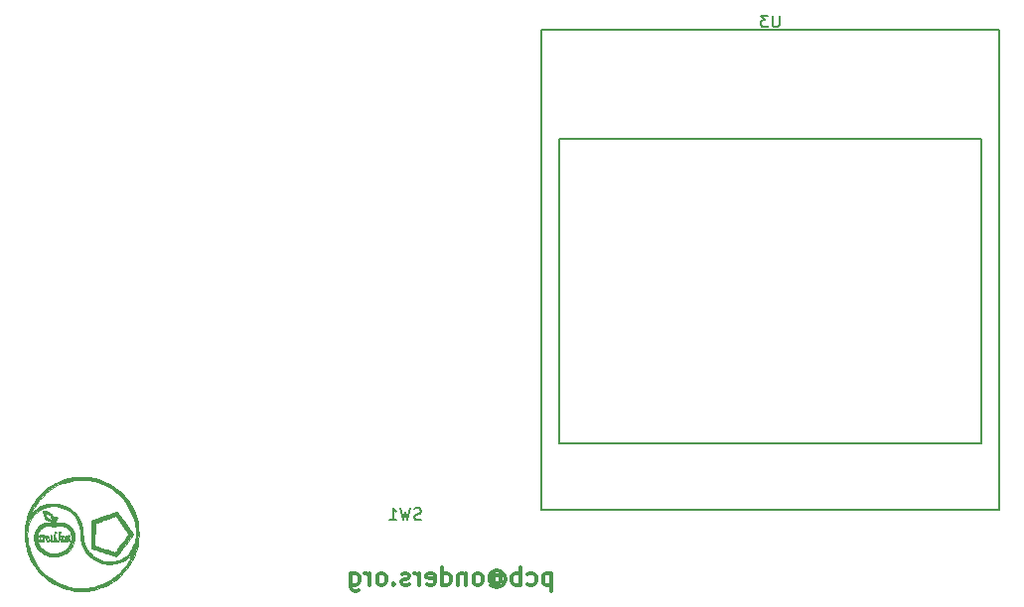
<source format=gbo>
%TF.GenerationSoftware,KiCad,Pcbnew,5.0.2+dfsg1-1*%
%TF.CreationDate,2021-08-11T18:46:01+02:00*%
%TF.ProjectId,clock_gen,636c6f63-6b5f-4676-956e-2e6b69636164,rev?*%
%TF.SameCoordinates,Original*%
%TF.FileFunction,Legend,Bot*%
%TF.FilePolarity,Positive*%
%FSLAX46Y46*%
G04 Gerber Fmt 4.6, Leading zero omitted, Abs format (unit mm)*
G04 Created by KiCad (PCBNEW 5.0.2+dfsg1-1) date Wed 11 Aug 2021 06:46:01 PM CEST*
%MOMM*%
%LPD*%
G01*
G04 APERTURE LIST*
%ADD10C,0.300000*%
%ADD11C,0.150000*%
%ADD12C,0.010000*%
%ADD13C,1.626000*%
%ADD14C,1.352000*%
%ADD15O,1.602000X2.952000*%
%ADD16R,1.802000X1.802000*%
%ADD17O,1.802000X1.802000*%
%ADD18R,1.702000X1.702000*%
%ADD19O,1.702000X1.702000*%
%ADD20C,2.102000*%
%ADD21R,2.602000X3.102000*%
%ADD22R,2.102000X2.102000*%
%ADD23C,5.502000*%
G04 APERTURE END LIST*
D10*
X155601714Y-120836571D02*
X155601714Y-122336571D01*
X155601714Y-120908000D02*
X155458857Y-120836571D01*
X155173142Y-120836571D01*
X155030285Y-120908000D01*
X154958857Y-120979428D01*
X154887428Y-121122285D01*
X154887428Y-121550857D01*
X154958857Y-121693714D01*
X155030285Y-121765142D01*
X155173142Y-121836571D01*
X155458857Y-121836571D01*
X155601714Y-121765142D01*
X153601714Y-121765142D02*
X153744571Y-121836571D01*
X154030285Y-121836571D01*
X154173142Y-121765142D01*
X154244571Y-121693714D01*
X154316000Y-121550857D01*
X154316000Y-121122285D01*
X154244571Y-120979428D01*
X154173142Y-120908000D01*
X154030285Y-120836571D01*
X153744571Y-120836571D01*
X153601714Y-120908000D01*
X152958857Y-121836571D02*
X152958857Y-120336571D01*
X152958857Y-120908000D02*
X152816000Y-120836571D01*
X152530285Y-120836571D01*
X152387428Y-120908000D01*
X152316000Y-120979428D01*
X152244571Y-121122285D01*
X152244571Y-121550857D01*
X152316000Y-121693714D01*
X152387428Y-121765142D01*
X152530285Y-121836571D01*
X152816000Y-121836571D01*
X152958857Y-121765142D01*
X150673142Y-121122285D02*
X150744571Y-121050857D01*
X150887428Y-120979428D01*
X151030285Y-120979428D01*
X151173142Y-121050857D01*
X151244571Y-121122285D01*
X151316000Y-121265142D01*
X151316000Y-121408000D01*
X151244571Y-121550857D01*
X151173142Y-121622285D01*
X151030285Y-121693714D01*
X150887428Y-121693714D01*
X150744571Y-121622285D01*
X150673142Y-121550857D01*
X150673142Y-120979428D02*
X150673142Y-121550857D01*
X150601714Y-121622285D01*
X150530285Y-121622285D01*
X150387428Y-121550857D01*
X150316000Y-121408000D01*
X150316000Y-121050857D01*
X150458857Y-120836571D01*
X150673142Y-120693714D01*
X150958857Y-120622285D01*
X151244571Y-120693714D01*
X151458857Y-120836571D01*
X151601714Y-121050857D01*
X151673142Y-121336571D01*
X151601714Y-121622285D01*
X151458857Y-121836571D01*
X151244571Y-121979428D01*
X150958857Y-122050857D01*
X150673142Y-121979428D01*
X150458857Y-121836571D01*
X149458857Y-121836571D02*
X149601714Y-121765142D01*
X149673142Y-121693714D01*
X149744571Y-121550857D01*
X149744571Y-121122285D01*
X149673142Y-120979428D01*
X149601714Y-120908000D01*
X149458857Y-120836571D01*
X149244571Y-120836571D01*
X149101714Y-120908000D01*
X149030285Y-120979428D01*
X148958857Y-121122285D01*
X148958857Y-121550857D01*
X149030285Y-121693714D01*
X149101714Y-121765142D01*
X149244571Y-121836571D01*
X149458857Y-121836571D01*
X148316000Y-120836571D02*
X148316000Y-121836571D01*
X148316000Y-120979428D02*
X148244571Y-120908000D01*
X148101714Y-120836571D01*
X147887428Y-120836571D01*
X147744571Y-120908000D01*
X147673142Y-121050857D01*
X147673142Y-121836571D01*
X146316000Y-121836571D02*
X146316000Y-120336571D01*
X146316000Y-121765142D02*
X146458857Y-121836571D01*
X146744571Y-121836571D01*
X146887428Y-121765142D01*
X146958857Y-121693714D01*
X147030285Y-121550857D01*
X147030285Y-121122285D01*
X146958857Y-120979428D01*
X146887428Y-120908000D01*
X146744571Y-120836571D01*
X146458857Y-120836571D01*
X146316000Y-120908000D01*
X145030285Y-121765142D02*
X145173142Y-121836571D01*
X145458857Y-121836571D01*
X145601714Y-121765142D01*
X145673142Y-121622285D01*
X145673142Y-121050857D01*
X145601714Y-120908000D01*
X145458857Y-120836571D01*
X145173142Y-120836571D01*
X145030285Y-120908000D01*
X144958857Y-121050857D01*
X144958857Y-121193714D01*
X145673142Y-121336571D01*
X144316000Y-121836571D02*
X144316000Y-120836571D01*
X144316000Y-121122285D02*
X144244571Y-120979428D01*
X144173142Y-120908000D01*
X144030285Y-120836571D01*
X143887428Y-120836571D01*
X143458857Y-121765142D02*
X143316000Y-121836571D01*
X143030285Y-121836571D01*
X142887428Y-121765142D01*
X142816000Y-121622285D01*
X142816000Y-121550857D01*
X142887428Y-121408000D01*
X143030285Y-121336571D01*
X143244571Y-121336571D01*
X143387428Y-121265142D01*
X143458857Y-121122285D01*
X143458857Y-121050857D01*
X143387428Y-120908000D01*
X143244571Y-120836571D01*
X143030285Y-120836571D01*
X142887428Y-120908000D01*
X142173142Y-121693714D02*
X142101714Y-121765142D01*
X142173142Y-121836571D01*
X142244571Y-121765142D01*
X142173142Y-121693714D01*
X142173142Y-121836571D01*
X141244571Y-121836571D02*
X141387428Y-121765142D01*
X141458857Y-121693714D01*
X141530285Y-121550857D01*
X141530285Y-121122285D01*
X141458857Y-120979428D01*
X141387428Y-120908000D01*
X141244571Y-120836571D01*
X141030285Y-120836571D01*
X140887428Y-120908000D01*
X140816000Y-120979428D01*
X140744571Y-121122285D01*
X140744571Y-121550857D01*
X140816000Y-121693714D01*
X140887428Y-121765142D01*
X141030285Y-121836571D01*
X141244571Y-121836571D01*
X140101714Y-121836571D02*
X140101714Y-120836571D01*
X140101714Y-121122285D02*
X140030285Y-120979428D01*
X139958857Y-120908000D01*
X139816000Y-120836571D01*
X139673142Y-120836571D01*
X138530285Y-120836571D02*
X138530285Y-122050857D01*
X138601714Y-122193714D01*
X138673142Y-122265142D01*
X138816000Y-122336571D01*
X139030285Y-122336571D01*
X139173142Y-122265142D01*
X138530285Y-121765142D02*
X138673142Y-121836571D01*
X138958857Y-121836571D01*
X139101714Y-121765142D01*
X139173142Y-121693714D01*
X139244571Y-121550857D01*
X139244571Y-121122285D01*
X139173142Y-120979428D01*
X139101714Y-120908000D01*
X138958857Y-120836571D01*
X138673142Y-120836571D01*
X138530285Y-120908000D01*
D11*
X193769400Y-74424000D02*
X154769400Y-74424000D01*
X154769400Y-74424000D02*
X154769400Y-115424000D01*
X154769400Y-115424000D02*
X193769400Y-115424000D01*
X193769400Y-115424000D02*
X193769400Y-74424000D01*
X192269400Y-83774000D02*
X156269400Y-83774000D01*
X156269400Y-83774000D02*
X156269400Y-109774000D01*
X156269400Y-109774000D02*
X192269400Y-109774000D01*
X192269400Y-109774000D02*
X192269400Y-83774000D01*
D12*
G36*
X112941261Y-117587520D02*
X112940200Y-117589300D01*
X112939265Y-117610399D01*
X112942327Y-117657478D01*
X112948778Y-117722967D01*
X112955498Y-117779800D01*
X112964985Y-117860698D01*
X112972461Y-117935296D01*
X112976954Y-117993269D01*
X112977814Y-118016867D01*
X112977701Y-118076134D01*
X112940350Y-118012799D01*
X112905975Y-117967723D01*
X112877799Y-117951579D01*
X112861458Y-117961917D01*
X112862591Y-117996287D01*
X112879716Y-118039147D01*
X112917993Y-118098253D01*
X112958297Y-118135804D01*
X112995742Y-118149717D01*
X113025442Y-118137908D01*
X113040556Y-118107704D01*
X113042735Y-118075445D01*
X113041274Y-118017719D01*
X113036836Y-117942649D01*
X113030084Y-117858360D01*
X113021680Y-117772977D01*
X113012288Y-117694623D01*
X113002570Y-117631423D01*
X113001011Y-117623167D01*
X112985598Y-117589206D01*
X112962422Y-117575508D01*
X112941261Y-117587520D01*
X112941261Y-117587520D01*
G37*
X112941261Y-117587520D02*
X112940200Y-117589300D01*
X112939265Y-117610399D01*
X112942327Y-117657478D01*
X112948778Y-117722967D01*
X112955498Y-117779800D01*
X112964985Y-117860698D01*
X112972461Y-117935296D01*
X112976954Y-117993269D01*
X112977814Y-118016867D01*
X112977701Y-118076134D01*
X112940350Y-118012799D01*
X112905975Y-117967723D01*
X112877799Y-117951579D01*
X112861458Y-117961917D01*
X112862591Y-117996287D01*
X112879716Y-118039147D01*
X112917993Y-118098253D01*
X112958297Y-118135804D01*
X112995742Y-118149717D01*
X113025442Y-118137908D01*
X113040556Y-118107704D01*
X113042735Y-118075445D01*
X113041274Y-118017719D01*
X113036836Y-117942649D01*
X113030084Y-117858360D01*
X113021680Y-117772977D01*
X113012288Y-117694623D01*
X113002570Y-117631423D01*
X113001011Y-117623167D01*
X112985598Y-117589206D01*
X112962422Y-117575508D01*
X112941261Y-117587520D01*
G36*
X111947227Y-117589948D02*
X111942834Y-117633245D01*
X111946401Y-117706547D01*
X111956810Y-117803796D01*
X111966159Y-117885914D01*
X111972931Y-117958299D01*
X111976466Y-118012872D01*
X111976222Y-118040863D01*
X111970688Y-118060150D01*
X111960508Y-118054272D01*
X111941114Y-118021100D01*
X111910809Y-117980737D01*
X111880152Y-117965878D01*
X111855417Y-117979402D01*
X111854228Y-117981229D01*
X111857513Y-118003454D01*
X111876820Y-118041589D01*
X111905692Y-118086216D01*
X111937669Y-118127917D01*
X111966293Y-118157272D01*
X111980486Y-118165364D01*
X112013995Y-118158768D01*
X112027052Y-118149441D01*
X112041103Y-118119358D01*
X112047779Y-118073526D01*
X112047867Y-118067870D01*
X112045557Y-118014466D01*
X112039332Y-117944062D01*
X112030245Y-117864192D01*
X112019353Y-117782392D01*
X112007710Y-117706195D01*
X111996371Y-117643138D01*
X111986392Y-117600754D01*
X111980564Y-117587191D01*
X111959747Y-117575112D01*
X111947227Y-117589948D01*
X111947227Y-117589948D01*
G37*
X111947227Y-117589948D02*
X111942834Y-117633245D01*
X111946401Y-117706547D01*
X111956810Y-117803796D01*
X111966159Y-117885914D01*
X111972931Y-117958299D01*
X111976466Y-118012872D01*
X111976222Y-118040863D01*
X111970688Y-118060150D01*
X111960508Y-118054272D01*
X111941114Y-118021100D01*
X111910809Y-117980737D01*
X111880152Y-117965878D01*
X111855417Y-117979402D01*
X111854228Y-117981229D01*
X111857513Y-118003454D01*
X111876820Y-118041589D01*
X111905692Y-118086216D01*
X111937669Y-118127917D01*
X111966293Y-118157272D01*
X111980486Y-118165364D01*
X112013995Y-118158768D01*
X112027052Y-118149441D01*
X112041103Y-118119358D01*
X112047779Y-118073526D01*
X112047867Y-118067870D01*
X112045557Y-118014466D01*
X112039332Y-117944062D01*
X112030245Y-117864192D01*
X112019353Y-117782392D01*
X112007710Y-117706195D01*
X111996371Y-117643138D01*
X111986392Y-117600754D01*
X111980564Y-117587191D01*
X111959747Y-117575112D01*
X111947227Y-117589948D01*
G36*
X112033732Y-117549043D02*
X112030933Y-117568974D01*
X112043928Y-117639219D01*
X112079314Y-117693014D01*
X112131692Y-117723992D01*
X112166644Y-117729000D01*
X112184352Y-117731512D01*
X112197426Y-117743147D01*
X112208426Y-117770055D01*
X112219914Y-117818383D01*
X112233634Y-117889867D01*
X112245389Y-117952306D01*
X112256080Y-118007081D01*
X112261578Y-118033800D01*
X112270756Y-118076134D01*
X112230187Y-118038034D01*
X112187286Y-118005324D01*
X112160293Y-117998726D01*
X112150730Y-118013693D01*
X112160118Y-118045675D01*
X112189981Y-118090125D01*
X112206499Y-118108794D01*
X112250668Y-118151000D01*
X112281379Y-118166560D01*
X112304283Y-118156791D01*
X112319031Y-118134969D01*
X112326794Y-118106109D01*
X112326491Y-118059314D01*
X112317859Y-117988620D01*
X112310685Y-117944469D01*
X112297955Y-117872457D01*
X112286301Y-117810864D01*
X112277512Y-117768973D01*
X112274851Y-117758634D01*
X112275504Y-117733984D01*
X112292694Y-117728959D01*
X112316816Y-117741651D01*
X112338267Y-117770154D01*
X112338814Y-117771334D01*
X112364920Y-117802943D01*
X112397473Y-117812950D01*
X112424862Y-117799312D01*
X112431455Y-117787628D01*
X112431859Y-117751187D01*
X112417509Y-117700292D01*
X112396509Y-117653751D01*
X112298354Y-117653751D01*
X112278001Y-117656557D01*
X112259533Y-117656997D01*
X112224683Y-117655634D01*
X112215688Y-117651796D01*
X112220348Y-117649978D01*
X112160755Y-117649978D01*
X112158431Y-117660045D01*
X112149467Y-117661267D01*
X112135528Y-117655071D01*
X112138178Y-117649978D01*
X112158274Y-117647951D01*
X112160755Y-117649978D01*
X112220348Y-117649978D01*
X112221236Y-117649632D01*
X112261900Y-117646478D01*
X112288969Y-117649291D01*
X112298354Y-117653751D01*
X112396509Y-117653751D01*
X112393787Y-117647720D01*
X112366073Y-117606245D01*
X112348818Y-117591474D01*
X112307666Y-117581556D01*
X112248998Y-117581799D01*
X112234573Y-117583410D01*
X112181808Y-117587538D01*
X112149041Y-117580326D01*
X112124256Y-117559877D01*
X112086186Y-117530677D01*
X112053551Y-117527306D01*
X112033732Y-117549043D01*
X112033732Y-117549043D01*
G37*
X112033732Y-117549043D02*
X112030933Y-117568974D01*
X112043928Y-117639219D01*
X112079314Y-117693014D01*
X112131692Y-117723992D01*
X112166644Y-117729000D01*
X112184352Y-117731512D01*
X112197426Y-117743147D01*
X112208426Y-117770055D01*
X112219914Y-117818383D01*
X112233634Y-117889867D01*
X112245389Y-117952306D01*
X112256080Y-118007081D01*
X112261578Y-118033800D01*
X112270756Y-118076134D01*
X112230187Y-118038034D01*
X112187286Y-118005324D01*
X112160293Y-117998726D01*
X112150730Y-118013693D01*
X112160118Y-118045675D01*
X112189981Y-118090125D01*
X112206499Y-118108794D01*
X112250668Y-118151000D01*
X112281379Y-118166560D01*
X112304283Y-118156791D01*
X112319031Y-118134969D01*
X112326794Y-118106109D01*
X112326491Y-118059314D01*
X112317859Y-117988620D01*
X112310685Y-117944469D01*
X112297955Y-117872457D01*
X112286301Y-117810864D01*
X112277512Y-117768973D01*
X112274851Y-117758634D01*
X112275504Y-117733984D01*
X112292694Y-117728959D01*
X112316816Y-117741651D01*
X112338267Y-117770154D01*
X112338814Y-117771334D01*
X112364920Y-117802943D01*
X112397473Y-117812950D01*
X112424862Y-117799312D01*
X112431455Y-117787628D01*
X112431859Y-117751187D01*
X112417509Y-117700292D01*
X112396509Y-117653751D01*
X112298354Y-117653751D01*
X112278001Y-117656557D01*
X112259533Y-117656997D01*
X112224683Y-117655634D01*
X112215688Y-117651796D01*
X112220348Y-117649978D01*
X112160755Y-117649978D01*
X112158431Y-117660045D01*
X112149467Y-117661267D01*
X112135528Y-117655071D01*
X112138178Y-117649978D01*
X112158274Y-117647951D01*
X112160755Y-117649978D01*
X112220348Y-117649978D01*
X112221236Y-117649632D01*
X112261900Y-117646478D01*
X112288969Y-117649291D01*
X112298354Y-117653751D01*
X112396509Y-117653751D01*
X112393787Y-117647720D01*
X112366073Y-117606245D01*
X112348818Y-117591474D01*
X112307666Y-117581556D01*
X112248998Y-117581799D01*
X112234573Y-117583410D01*
X112181808Y-117587538D01*
X112149041Y-117580326D01*
X112124256Y-117559877D01*
X112086186Y-117530677D01*
X112053551Y-117527306D01*
X112033732Y-117549043D01*
G36*
X112499337Y-117599765D02*
X112458159Y-117623679D01*
X112437391Y-117648456D01*
X112438480Y-117667455D01*
X112462872Y-117674035D01*
X112483900Y-117670681D01*
X112551234Y-117655082D01*
X112594678Y-117648932D01*
X112622935Y-117652495D01*
X112644712Y-117666034D01*
X112655124Y-117675857D01*
X112689760Y-117726943D01*
X112715609Y-117796605D01*
X112731570Y-117875440D01*
X112736542Y-117954042D01*
X112729422Y-118023008D01*
X112709110Y-118072933D01*
X112702533Y-118080657D01*
X112672499Y-118095638D01*
X112643574Y-118078462D01*
X112615020Y-118028461D01*
X112599434Y-117987401D01*
X112579743Y-117908873D01*
X112575379Y-117839545D01*
X112585504Y-117785503D01*
X112609280Y-117752834D01*
X112632662Y-117745934D01*
X112652768Y-117731840D01*
X112657467Y-117712067D01*
X112648816Y-117682397D01*
X112626623Y-117676344D01*
X112596524Y-117689616D01*
X112564155Y-117717916D01*
X112535154Y-117756950D01*
X112515157Y-117802425D01*
X112510581Y-117823973D01*
X112510157Y-117896633D01*
X112524910Y-117973154D01*
X112551411Y-118046103D01*
X112586232Y-118108048D01*
X112625946Y-118151555D01*
X112667124Y-118169193D01*
X112669824Y-118169267D01*
X112707057Y-118159835D01*
X112737880Y-118143247D01*
X112774661Y-118098377D01*
X112796670Y-118031060D01*
X112804411Y-117949077D01*
X112798388Y-117860205D01*
X112779106Y-117772225D01*
X112747068Y-117692914D01*
X112704750Y-117632124D01*
X112646682Y-117593614D01*
X112575210Y-117582522D01*
X112499337Y-117599765D01*
X112499337Y-117599765D01*
G37*
X112499337Y-117599765D02*
X112458159Y-117623679D01*
X112437391Y-117648456D01*
X112438480Y-117667455D01*
X112462872Y-117674035D01*
X112483900Y-117670681D01*
X112551234Y-117655082D01*
X112594678Y-117648932D01*
X112622935Y-117652495D01*
X112644712Y-117666034D01*
X112655124Y-117675857D01*
X112689760Y-117726943D01*
X112715609Y-117796605D01*
X112731570Y-117875440D01*
X112736542Y-117954042D01*
X112729422Y-118023008D01*
X112709110Y-118072933D01*
X112702533Y-118080657D01*
X112672499Y-118095638D01*
X112643574Y-118078462D01*
X112615020Y-118028461D01*
X112599434Y-117987401D01*
X112579743Y-117908873D01*
X112575379Y-117839545D01*
X112585504Y-117785503D01*
X112609280Y-117752834D01*
X112632662Y-117745934D01*
X112652768Y-117731840D01*
X112657467Y-117712067D01*
X112648816Y-117682397D01*
X112626623Y-117676344D01*
X112596524Y-117689616D01*
X112564155Y-117717916D01*
X112535154Y-117756950D01*
X112515157Y-117802425D01*
X112510581Y-117823973D01*
X112510157Y-117896633D01*
X112524910Y-117973154D01*
X112551411Y-118046103D01*
X112586232Y-118108048D01*
X112625946Y-118151555D01*
X112667124Y-118169193D01*
X112669824Y-118169267D01*
X112707057Y-118159835D01*
X112737880Y-118143247D01*
X112774661Y-118098377D01*
X112796670Y-118031060D01*
X112804411Y-117949077D01*
X112798388Y-117860205D01*
X112779106Y-117772225D01*
X112747068Y-117692914D01*
X112704750Y-117632124D01*
X112646682Y-117593614D01*
X112575210Y-117582522D01*
X112499337Y-117599765D01*
G36*
X113274188Y-117289345D02*
X113259191Y-117305014D01*
X113247822Y-117322413D01*
X113238829Y-117349658D01*
X113231548Y-117391672D01*
X113225315Y-117453379D01*
X113219468Y-117539703D01*
X113214139Y-117639447D01*
X113208672Y-117742715D01*
X113202955Y-117839364D01*
X113197462Y-117922177D01*
X113192663Y-117983938D01*
X113189735Y-118012634D01*
X113178382Y-118063803D01*
X113162458Y-118084212D01*
X113143244Y-118072442D01*
X113140067Y-118067667D01*
X113116021Y-118051207D01*
X113090929Y-118058058D01*
X113080800Y-118081213D01*
X113095275Y-118124231D01*
X113135114Y-118148553D01*
X113165992Y-118152334D01*
X113202488Y-118143429D01*
X113229305Y-118114041D01*
X113248377Y-118060156D01*
X113261637Y-117977764D01*
X113264722Y-117947410D01*
X113276274Y-117822134D01*
X113325198Y-117978957D01*
X113357073Y-118072736D01*
X113383942Y-118133417D01*
X113406031Y-118161363D01*
X113423572Y-118156935D01*
X113430078Y-118144384D01*
X113428953Y-118118545D01*
X113418266Y-118066922D01*
X113399564Y-117995718D01*
X113374398Y-117911139D01*
X113362545Y-117873955D01*
X113329154Y-117767694D01*
X113306330Y-117685271D01*
X113292383Y-117618952D01*
X113285625Y-117561003D01*
X113284259Y-117515512D01*
X113287391Y-117433357D01*
X113296847Y-117382782D01*
X113313375Y-117361961D01*
X113337723Y-117369070D01*
X113342694Y-117372925D01*
X113369467Y-117386814D01*
X113390551Y-117374891D01*
X113398741Y-117355738D01*
X113383258Y-117331369D01*
X113363489Y-117312956D01*
X113324465Y-117282228D01*
X113298364Y-117274637D01*
X113274188Y-117289345D01*
X113274188Y-117289345D01*
G37*
X113274188Y-117289345D02*
X113259191Y-117305014D01*
X113247822Y-117322413D01*
X113238829Y-117349658D01*
X113231548Y-117391672D01*
X113225315Y-117453379D01*
X113219468Y-117539703D01*
X113214139Y-117639447D01*
X113208672Y-117742715D01*
X113202955Y-117839364D01*
X113197462Y-117922177D01*
X113192663Y-117983938D01*
X113189735Y-118012634D01*
X113178382Y-118063803D01*
X113162458Y-118084212D01*
X113143244Y-118072442D01*
X113140067Y-118067667D01*
X113116021Y-118051207D01*
X113090929Y-118058058D01*
X113080800Y-118081213D01*
X113095275Y-118124231D01*
X113135114Y-118148553D01*
X113165992Y-118152334D01*
X113202488Y-118143429D01*
X113229305Y-118114041D01*
X113248377Y-118060156D01*
X113261637Y-117977764D01*
X113264722Y-117947410D01*
X113276274Y-117822134D01*
X113325198Y-117978957D01*
X113357073Y-118072736D01*
X113383942Y-118133417D01*
X113406031Y-118161363D01*
X113423572Y-118156935D01*
X113430078Y-118144384D01*
X113428953Y-118118545D01*
X113418266Y-118066922D01*
X113399564Y-117995718D01*
X113374398Y-117911139D01*
X113362545Y-117873955D01*
X113329154Y-117767694D01*
X113306330Y-117685271D01*
X113292383Y-117618952D01*
X113285625Y-117561003D01*
X113284259Y-117515512D01*
X113287391Y-117433357D01*
X113296847Y-117382782D01*
X113313375Y-117361961D01*
X113337723Y-117369070D01*
X113342694Y-117372925D01*
X113369467Y-117386814D01*
X113390551Y-117374891D01*
X113398741Y-117355738D01*
X113383258Y-117331369D01*
X113363489Y-117312956D01*
X113324465Y-117282228D01*
X113298364Y-117274637D01*
X113274188Y-117289345D01*
G36*
X113662808Y-117294085D02*
X113656451Y-117297251D01*
X113639068Y-117314638D01*
X113625139Y-117345505D01*
X113614062Y-117393715D01*
X113605235Y-117463130D01*
X113598052Y-117557614D01*
X113591913Y-117681030D01*
X113590314Y-117720881D01*
X113583636Y-117860611D01*
X113575581Y-117967300D01*
X113566018Y-118041748D01*
X113554819Y-118084759D01*
X113541851Y-118097133D01*
X113530877Y-118086775D01*
X113507079Y-118070354D01*
X113476728Y-118069646D01*
X113455636Y-118083446D01*
X113453333Y-118092676D01*
X113467890Y-118122539D01*
X113502571Y-118148590D01*
X113543891Y-118162848D01*
X113569622Y-118161513D01*
X113599366Y-118138886D01*
X113622674Y-118090237D01*
X113640613Y-118012684D01*
X113649978Y-117944730D01*
X113662000Y-117839067D01*
X113715375Y-117998881D01*
X113745952Y-118084314D01*
X113770738Y-118138798D01*
X113791133Y-118164480D01*
X113808540Y-118163506D01*
X113816513Y-118153769D01*
X113815113Y-118132652D01*
X113804501Y-118085073D01*
X113786171Y-118016700D01*
X113761621Y-117933197D01*
X113739849Y-117863493D01*
X113707491Y-117761109D01*
X113684649Y-117684341D01*
X113670023Y-117626714D01*
X113662311Y-117581750D01*
X113660216Y-117542972D01*
X113662435Y-117503904D01*
X113664237Y-117486773D01*
X113672729Y-117419898D01*
X113681361Y-117381549D01*
X113693004Y-117366499D01*
X113710527Y-117369517D01*
X113724281Y-117377339D01*
X113757633Y-117389196D01*
X113771854Y-117373711D01*
X113767017Y-117340849D01*
X113742600Y-117310326D01*
X113702377Y-117292575D01*
X113662808Y-117294085D01*
X113662808Y-117294085D01*
G37*
X113662808Y-117294085D02*
X113656451Y-117297251D01*
X113639068Y-117314638D01*
X113625139Y-117345505D01*
X113614062Y-117393715D01*
X113605235Y-117463130D01*
X113598052Y-117557614D01*
X113591913Y-117681030D01*
X113590314Y-117720881D01*
X113583636Y-117860611D01*
X113575581Y-117967300D01*
X113566018Y-118041748D01*
X113554819Y-118084759D01*
X113541851Y-118097133D01*
X113530877Y-118086775D01*
X113507079Y-118070354D01*
X113476728Y-118069646D01*
X113455636Y-118083446D01*
X113453333Y-118092676D01*
X113467890Y-118122539D01*
X113502571Y-118148590D01*
X113543891Y-118162848D01*
X113569622Y-118161513D01*
X113599366Y-118138886D01*
X113622674Y-118090237D01*
X113640613Y-118012684D01*
X113649978Y-117944730D01*
X113662000Y-117839067D01*
X113715375Y-117998881D01*
X113745952Y-118084314D01*
X113770738Y-118138798D01*
X113791133Y-118164480D01*
X113808540Y-118163506D01*
X113816513Y-118153769D01*
X113815113Y-118132652D01*
X113804501Y-118085073D01*
X113786171Y-118016700D01*
X113761621Y-117933197D01*
X113739849Y-117863493D01*
X113707491Y-117761109D01*
X113684649Y-117684341D01*
X113670023Y-117626714D01*
X113662311Y-117581750D01*
X113660216Y-117542972D01*
X113662435Y-117503904D01*
X113664237Y-117486773D01*
X113672729Y-117419898D01*
X113681361Y-117381549D01*
X113693004Y-117366499D01*
X113710527Y-117369517D01*
X113724281Y-117377339D01*
X113757633Y-117389196D01*
X113771854Y-117373711D01*
X113767017Y-117340849D01*
X113742600Y-117310326D01*
X113702377Y-117292575D01*
X113662808Y-117294085D01*
G36*
X113778478Y-117630858D02*
X113782761Y-117656692D01*
X113798356Y-117705441D01*
X113822548Y-117769192D01*
X113841938Y-117815721D01*
X113876542Y-117902069D01*
X113899681Y-117972783D01*
X113910730Y-118024423D01*
X113909065Y-118053549D01*
X113894065Y-118056720D01*
X113884416Y-118050138D01*
X113857222Y-118037434D01*
X113838742Y-118048018D01*
X113830293Y-118069652D01*
X113845068Y-118101715D01*
X113853954Y-118114187D01*
X113894353Y-118155300D01*
X113929332Y-118164371D01*
X113957224Y-118141150D01*
X113962773Y-118130535D01*
X113981519Y-118089392D01*
X114021456Y-118129330D01*
X114071270Y-118161979D01*
X114121522Y-118166100D01*
X114164050Y-118141567D01*
X114172040Y-118131632D01*
X114195069Y-118072317D01*
X114198460Y-118008269D01*
X114130666Y-118008269D01*
X114126276Y-118069585D01*
X114112455Y-118098792D01*
X114088234Y-118096110D01*
X114052640Y-118061760D01*
X114029173Y-118031260D01*
X114003782Y-117993362D01*
X113988587Y-117959066D01*
X113981006Y-117917640D01*
X113978459Y-117858351D01*
X113978266Y-117819593D01*
X113980010Y-117755186D01*
X113984657Y-117706144D01*
X113991332Y-117680309D01*
X113994047Y-117678200D01*
X114021908Y-117693645D01*
X114051955Y-117734876D01*
X114081021Y-117794240D01*
X114105936Y-117864082D01*
X114123532Y-117936748D01*
X114130643Y-118004583D01*
X114130666Y-118008269D01*
X114198460Y-118008269D01*
X114199165Y-117994972D01*
X114186762Y-117907844D01*
X114160292Y-117819180D01*
X114122187Y-117737226D01*
X114074882Y-117670230D01*
X114023425Y-117627836D01*
X113988864Y-117612054D01*
X113966542Y-117617169D01*
X113943373Y-117641976D01*
X113919423Y-117689150D01*
X113909708Y-117743576D01*
X113908610Y-117774316D01*
X113904524Y-117783363D01*
X113894627Y-117767864D01*
X113876100Y-117724965D01*
X113865295Y-117698649D01*
X113835856Y-117637122D01*
X113810496Y-117604723D01*
X113790770Y-117602666D01*
X113778478Y-117630858D01*
X113778478Y-117630858D01*
G37*
X113778478Y-117630858D02*
X113782761Y-117656692D01*
X113798356Y-117705441D01*
X113822548Y-117769192D01*
X113841938Y-117815721D01*
X113876542Y-117902069D01*
X113899681Y-117972783D01*
X113910730Y-118024423D01*
X113909065Y-118053549D01*
X113894065Y-118056720D01*
X113884416Y-118050138D01*
X113857222Y-118037434D01*
X113838742Y-118048018D01*
X113830293Y-118069652D01*
X113845068Y-118101715D01*
X113853954Y-118114187D01*
X113894353Y-118155300D01*
X113929332Y-118164371D01*
X113957224Y-118141150D01*
X113962773Y-118130535D01*
X113981519Y-118089392D01*
X114021456Y-118129330D01*
X114071270Y-118161979D01*
X114121522Y-118166100D01*
X114164050Y-118141567D01*
X114172040Y-118131632D01*
X114195069Y-118072317D01*
X114198460Y-118008269D01*
X114130666Y-118008269D01*
X114126276Y-118069585D01*
X114112455Y-118098792D01*
X114088234Y-118096110D01*
X114052640Y-118061760D01*
X114029173Y-118031260D01*
X114003782Y-117993362D01*
X113988587Y-117959066D01*
X113981006Y-117917640D01*
X113978459Y-117858351D01*
X113978266Y-117819593D01*
X113980010Y-117755186D01*
X113984657Y-117706144D01*
X113991332Y-117680309D01*
X113994047Y-117678200D01*
X114021908Y-117693645D01*
X114051955Y-117734876D01*
X114081021Y-117794240D01*
X114105936Y-117864082D01*
X114123532Y-117936748D01*
X114130643Y-118004583D01*
X114130666Y-118008269D01*
X114198460Y-118008269D01*
X114199165Y-117994972D01*
X114186762Y-117907844D01*
X114160292Y-117819180D01*
X114122187Y-117737226D01*
X114074882Y-117670230D01*
X114023425Y-117627836D01*
X113988864Y-117612054D01*
X113966542Y-117617169D01*
X113943373Y-117641976D01*
X113919423Y-117689150D01*
X113909708Y-117743576D01*
X113908610Y-117774316D01*
X113904524Y-117783363D01*
X113894627Y-117767864D01*
X113876100Y-117724965D01*
X113865295Y-117698649D01*
X113835856Y-117637122D01*
X113810496Y-117604723D01*
X113790770Y-117602666D01*
X113778478Y-117630858D01*
G36*
X114433490Y-117598065D02*
X114426250Y-117605169D01*
X114409277Y-117630973D01*
X114404080Y-117668805D01*
X114408086Y-117722261D01*
X114416043Y-117779233D01*
X114424741Y-117825892D01*
X114428940Y-117841859D01*
X114424714Y-117842172D01*
X114405094Y-117818636D01*
X114373468Y-117775587D01*
X114343999Y-117733234D01*
X114301221Y-117674066D01*
X114262899Y-117627319D01*
X114234284Y-117599081D01*
X114223504Y-117593534D01*
X114204237Y-117598883D01*
X114200924Y-117618361D01*
X114214251Y-117657114D01*
X114238845Y-117708396D01*
X114276777Y-117794597D01*
X114307597Y-117886020D01*
X114327757Y-117970686D01*
X114333866Y-118029351D01*
X114333866Y-118086489D01*
X114292711Y-118038978D01*
X114262091Y-118009048D01*
X114241024Y-118004730D01*
X114230839Y-118011852D01*
X114222175Y-118031025D01*
X114233005Y-118059436D01*
X114256852Y-118093505D01*
X114304357Y-118146317D01*
X114342131Y-118166828D01*
X114370733Y-118154853D01*
X114390720Y-118110209D01*
X114401388Y-118046084D01*
X114410506Y-117957600D01*
X114469553Y-118063233D01*
X114507327Y-118123781D01*
X114537987Y-118159547D01*
X114559146Y-118169255D01*
X114568418Y-118151635D01*
X114565172Y-118114234D01*
X114555508Y-118069942D01*
X114539976Y-118006757D01*
X114521963Y-117938448D01*
X114503236Y-117864768D01*
X114486815Y-117791157D01*
X114476952Y-117737715D01*
X114470616Y-117690179D01*
X114472320Y-117669469D01*
X114484716Y-117668975D01*
X114501263Y-117677164D01*
X114534028Y-117685311D01*
X114549323Y-117671639D01*
X114545073Y-117644498D01*
X114519199Y-117612235D01*
X114517727Y-117610990D01*
X114482129Y-117584421D01*
X114458304Y-117580383D01*
X114433490Y-117598065D01*
X114433490Y-117598065D01*
G37*
X114433490Y-117598065D02*
X114426250Y-117605169D01*
X114409277Y-117630973D01*
X114404080Y-117668805D01*
X114408086Y-117722261D01*
X114416043Y-117779233D01*
X114424741Y-117825892D01*
X114428940Y-117841859D01*
X114424714Y-117842172D01*
X114405094Y-117818636D01*
X114373468Y-117775587D01*
X114343999Y-117733234D01*
X114301221Y-117674066D01*
X114262899Y-117627319D01*
X114234284Y-117599081D01*
X114223504Y-117593534D01*
X114204237Y-117598883D01*
X114200924Y-117618361D01*
X114214251Y-117657114D01*
X114238845Y-117708396D01*
X114276777Y-117794597D01*
X114307597Y-117886020D01*
X114327757Y-117970686D01*
X114333866Y-118029351D01*
X114333866Y-118086489D01*
X114292711Y-118038978D01*
X114262091Y-118009048D01*
X114241024Y-118004730D01*
X114230839Y-118011852D01*
X114222175Y-118031025D01*
X114233005Y-118059436D01*
X114256852Y-118093505D01*
X114304357Y-118146317D01*
X114342131Y-118166828D01*
X114370733Y-118154853D01*
X114390720Y-118110209D01*
X114401388Y-118046084D01*
X114410506Y-117957600D01*
X114469553Y-118063233D01*
X114507327Y-118123781D01*
X114537987Y-118159547D01*
X114559146Y-118169255D01*
X114568418Y-118151635D01*
X114565172Y-118114234D01*
X114555508Y-118069942D01*
X114539976Y-118006757D01*
X114521963Y-117938448D01*
X114503236Y-117864768D01*
X114486815Y-117791157D01*
X114476952Y-117737715D01*
X114470616Y-117690179D01*
X114472320Y-117669469D01*
X114484716Y-117668975D01*
X114501263Y-117677164D01*
X114534028Y-117685311D01*
X114549323Y-117671639D01*
X114545073Y-117644498D01*
X114519199Y-117612235D01*
X114517727Y-117610990D01*
X114482129Y-117584421D01*
X114458304Y-117580383D01*
X114433490Y-117598065D01*
G36*
X118576672Y-115584014D02*
X118529030Y-115600037D01*
X118454796Y-115625605D01*
X118356619Y-115659789D01*
X118237146Y-115701660D01*
X118099028Y-115750288D01*
X117944911Y-115804744D01*
X117777444Y-115864098D01*
X117599276Y-115927421D01*
X117498926Y-115963160D01*
X116419546Y-116347853D01*
X116409979Y-116534660D01*
X116408136Y-116586264D01*
X116406251Y-116667999D01*
X116404368Y-116776129D01*
X116402532Y-116906918D01*
X116400788Y-117056629D01*
X116399180Y-117221527D01*
X116397753Y-117397876D01*
X116396552Y-117581940D01*
X116395840Y-117719654D01*
X116391267Y-118717842D01*
X116991869Y-118910385D01*
X117155073Y-118962738D01*
X117331662Y-119019442D01*
X117513257Y-119077802D01*
X117691478Y-119135124D01*
X117857947Y-119188715D01*
X118004284Y-119235878D01*
X118060954Y-119254164D01*
X118180950Y-119292743D01*
X118290596Y-119327690D01*
X118385724Y-119357703D01*
X118462167Y-119381477D01*
X118515758Y-119397707D01*
X118542329Y-119405090D01*
X118544242Y-119405400D01*
X118556307Y-119391967D01*
X118586368Y-119353147D01*
X118632805Y-119291161D01*
X118693998Y-119208231D01*
X118768326Y-119106576D01*
X118854171Y-118988419D01*
X118949912Y-118855978D01*
X119053929Y-118711477D01*
X119164602Y-118557134D01*
X119241519Y-118449537D01*
X119918964Y-117500710D01*
X119542924Y-117500710D01*
X119542874Y-117501276D01*
X119529921Y-117523341D01*
X119499618Y-117569009D01*
X119454136Y-117635267D01*
X119395646Y-117719099D01*
X119326320Y-117817492D01*
X119248330Y-117927431D01*
X119163847Y-118045901D01*
X119075042Y-118169889D01*
X118984088Y-118296380D01*
X118893155Y-118422360D01*
X118804417Y-118544815D01*
X118720043Y-118660729D01*
X118642206Y-118767090D01*
X118573077Y-118860882D01*
X118514829Y-118939091D01*
X118469631Y-118998703D01*
X118439657Y-119036703D01*
X118427078Y-119050078D01*
X118427076Y-119050078D01*
X118407423Y-119045109D01*
X118358576Y-119030727D01*
X118283581Y-119007882D01*
X118185486Y-118977525D01*
X118067339Y-118940605D01*
X117932187Y-118898074D01*
X117783077Y-118850880D01*
X117623057Y-118799974D01*
X117544554Y-118774911D01*
X116682775Y-118499467D01*
X116694476Y-117534856D01*
X116696726Y-117357416D01*
X116699033Y-117190337D01*
X116701342Y-117036645D01*
X116703599Y-116899368D01*
X116705749Y-116781533D01*
X116707739Y-116686169D01*
X116709512Y-116616301D01*
X116711016Y-116574958D01*
X116711949Y-116564474D01*
X116728695Y-116557678D01*
X116773849Y-116540862D01*
X116843883Y-116515282D01*
X116935271Y-116482195D01*
X117044485Y-116442856D01*
X117167999Y-116398521D01*
X117302286Y-116350448D01*
X117443818Y-116299891D01*
X117589069Y-116248107D01*
X117734511Y-116196352D01*
X117876619Y-116145883D01*
X118011864Y-116097954D01*
X118136720Y-116053824D01*
X118247660Y-116014747D01*
X118341157Y-115981980D01*
X118413684Y-115956778D01*
X118461714Y-115940399D01*
X118481721Y-115934098D01*
X118481991Y-115934067D01*
X118495102Y-115947678D01*
X118524787Y-115986447D01*
X118568950Y-116047276D01*
X118625494Y-116127068D01*
X118692321Y-116222726D01*
X118767336Y-116331152D01*
X118848441Y-116449248D01*
X118933541Y-116573917D01*
X119020537Y-116702063D01*
X119107335Y-116830586D01*
X119191835Y-116956391D01*
X119271943Y-117076379D01*
X119345562Y-117187454D01*
X119410594Y-117286517D01*
X119464943Y-117370472D01*
X119506512Y-117436221D01*
X119533204Y-117480666D01*
X119542924Y-117500710D01*
X119918964Y-117500710D01*
X119923989Y-117493673D01*
X119267915Y-116536070D01*
X119157435Y-116375162D01*
X119052317Y-116222738D01*
X118954154Y-116081065D01*
X118864537Y-115952406D01*
X118785056Y-115839027D01*
X118717304Y-115743193D01*
X118662872Y-115667168D01*
X118623352Y-115613219D01*
X118600334Y-115583609D01*
X118595074Y-115578467D01*
X118576672Y-115584014D01*
X118576672Y-115584014D01*
G37*
X118576672Y-115584014D02*
X118529030Y-115600037D01*
X118454796Y-115625605D01*
X118356619Y-115659789D01*
X118237146Y-115701660D01*
X118099028Y-115750288D01*
X117944911Y-115804744D01*
X117777444Y-115864098D01*
X117599276Y-115927421D01*
X117498926Y-115963160D01*
X116419546Y-116347853D01*
X116409979Y-116534660D01*
X116408136Y-116586264D01*
X116406251Y-116667999D01*
X116404368Y-116776129D01*
X116402532Y-116906918D01*
X116400788Y-117056629D01*
X116399180Y-117221527D01*
X116397753Y-117397876D01*
X116396552Y-117581940D01*
X116395840Y-117719654D01*
X116391267Y-118717842D01*
X116991869Y-118910385D01*
X117155073Y-118962738D01*
X117331662Y-119019442D01*
X117513257Y-119077802D01*
X117691478Y-119135124D01*
X117857947Y-119188715D01*
X118004284Y-119235878D01*
X118060954Y-119254164D01*
X118180950Y-119292743D01*
X118290596Y-119327690D01*
X118385724Y-119357703D01*
X118462167Y-119381477D01*
X118515758Y-119397707D01*
X118542329Y-119405090D01*
X118544242Y-119405400D01*
X118556307Y-119391967D01*
X118586368Y-119353147D01*
X118632805Y-119291161D01*
X118693998Y-119208231D01*
X118768326Y-119106576D01*
X118854171Y-118988419D01*
X118949912Y-118855978D01*
X119053929Y-118711477D01*
X119164602Y-118557134D01*
X119241519Y-118449537D01*
X119918964Y-117500710D01*
X119542924Y-117500710D01*
X119542874Y-117501276D01*
X119529921Y-117523341D01*
X119499618Y-117569009D01*
X119454136Y-117635267D01*
X119395646Y-117719099D01*
X119326320Y-117817492D01*
X119248330Y-117927431D01*
X119163847Y-118045901D01*
X119075042Y-118169889D01*
X118984088Y-118296380D01*
X118893155Y-118422360D01*
X118804417Y-118544815D01*
X118720043Y-118660729D01*
X118642206Y-118767090D01*
X118573077Y-118860882D01*
X118514829Y-118939091D01*
X118469631Y-118998703D01*
X118439657Y-119036703D01*
X118427078Y-119050078D01*
X118427076Y-119050078D01*
X118407423Y-119045109D01*
X118358576Y-119030727D01*
X118283581Y-119007882D01*
X118185486Y-118977525D01*
X118067339Y-118940605D01*
X117932187Y-118898074D01*
X117783077Y-118850880D01*
X117623057Y-118799974D01*
X117544554Y-118774911D01*
X116682775Y-118499467D01*
X116694476Y-117534856D01*
X116696726Y-117357416D01*
X116699033Y-117190337D01*
X116701342Y-117036645D01*
X116703599Y-116899368D01*
X116705749Y-116781533D01*
X116707739Y-116686169D01*
X116709512Y-116616301D01*
X116711016Y-116574958D01*
X116711949Y-116564474D01*
X116728695Y-116557678D01*
X116773849Y-116540862D01*
X116843883Y-116515282D01*
X116935271Y-116482195D01*
X117044485Y-116442856D01*
X117167999Y-116398521D01*
X117302286Y-116350448D01*
X117443818Y-116299891D01*
X117589069Y-116248107D01*
X117734511Y-116196352D01*
X117876619Y-116145883D01*
X118011864Y-116097954D01*
X118136720Y-116053824D01*
X118247660Y-116014747D01*
X118341157Y-115981980D01*
X118413684Y-115956778D01*
X118461714Y-115940399D01*
X118481721Y-115934098D01*
X118481991Y-115934067D01*
X118495102Y-115947678D01*
X118524787Y-115986447D01*
X118568950Y-116047276D01*
X118625494Y-116127068D01*
X118692321Y-116222726D01*
X118767336Y-116331152D01*
X118848441Y-116449248D01*
X118933541Y-116573917D01*
X119020537Y-116702063D01*
X119107335Y-116830586D01*
X119191835Y-116956391D01*
X119271943Y-117076379D01*
X119345562Y-117187454D01*
X119410594Y-117286517D01*
X119464943Y-117370472D01*
X119506512Y-117436221D01*
X119533204Y-117480666D01*
X119542924Y-117500710D01*
X119918964Y-117500710D01*
X119923989Y-117493673D01*
X119267915Y-116536070D01*
X119157435Y-116375162D01*
X119052317Y-116222738D01*
X118954154Y-116081065D01*
X118864537Y-115952406D01*
X118785056Y-115839027D01*
X118717304Y-115743193D01*
X118662872Y-115667168D01*
X118623352Y-115613219D01*
X118600334Y-115583609D01*
X118595074Y-115578467D01*
X118576672Y-115584014D01*
G36*
X112352790Y-115536113D02*
X112284933Y-115547577D01*
X112285227Y-115626522D01*
X112293890Y-115730087D01*
X112316649Y-115846137D01*
X112349684Y-115958416D01*
X112381217Y-116035155D01*
X112446168Y-116137485D01*
X112533586Y-116232260D01*
X112632695Y-116308522D01*
X112671862Y-116330714D01*
X112751614Y-116364426D01*
X112844830Y-116393772D01*
X112937714Y-116415081D01*
X113016467Y-116424682D01*
X113025767Y-116424883D01*
X113062691Y-116427996D01*
X113077834Y-116443796D01*
X113080799Y-116482669D01*
X113080800Y-116484400D01*
X113078221Y-116523594D01*
X113071880Y-116543162D01*
X113070544Y-116543667D01*
X113050030Y-116539555D01*
X113006702Y-116528832D01*
X112956244Y-116515508D01*
X112865208Y-116498395D01*
X112754918Y-116488901D01*
X112638353Y-116487209D01*
X112528488Y-116493502D01*
X112438301Y-116507963D01*
X112437333Y-116508201D01*
X112254868Y-116570425D01*
X112083020Y-116662684D01*
X111925616Y-116781837D01*
X111786481Y-116924741D01*
X111669442Y-117088252D01*
X111618299Y-117180949D01*
X111577528Y-117267631D01*
X111549334Y-117343050D01*
X111530765Y-117418863D01*
X111518868Y-117506727D01*
X111511650Y-117602000D01*
X111510408Y-117794658D01*
X111528271Y-117991609D01*
X111563596Y-118183840D01*
X111614744Y-118362336D01*
X111677484Y-118512956D01*
X111782717Y-118688343D01*
X111916200Y-118854675D01*
X112072548Y-119006873D01*
X112246379Y-119139858D01*
X112432310Y-119248553D01*
X112482577Y-119272484D01*
X112645048Y-119335694D01*
X112813658Y-119379354D01*
X112997079Y-119405269D01*
X113165467Y-119414562D01*
X113263467Y-119415593D01*
X113358892Y-119414318D01*
X113442026Y-119411014D01*
X113503154Y-119405959D01*
X113512600Y-119404652D01*
X113753913Y-119351243D01*
X113978126Y-119269102D01*
X114183794Y-119159531D01*
X114369472Y-119023828D01*
X114533715Y-118863294D01*
X114675076Y-118679230D01*
X114792112Y-118472935D01*
X114883376Y-118245709D01*
X114913692Y-118144280D01*
X114929653Y-118077962D01*
X114940413Y-118012377D01*
X114946865Y-117938260D01*
X114949904Y-117846345D01*
X114950399Y-117774593D01*
X114688696Y-117774593D01*
X114674063Y-117953558D01*
X114665608Y-118002677D01*
X114608921Y-118213245D01*
X114523860Y-118408262D01*
X114412593Y-118585394D01*
X114277292Y-118742307D01*
X114120126Y-118876669D01*
X113943266Y-118986147D01*
X113748881Y-119068405D01*
X113646504Y-119098420D01*
X113568553Y-119117649D01*
X113506260Y-119131134D01*
X113450721Y-119139717D01*
X113393029Y-119144242D01*
X113324280Y-119145552D01*
X113235566Y-119144491D01*
X113173933Y-119143177D01*
X113066017Y-119139621D01*
X112981774Y-119133638D01*
X112911030Y-119123923D01*
X112843609Y-119109170D01*
X112787911Y-119093661D01*
X112648181Y-119046270D01*
X112524778Y-118989942D01*
X112404659Y-118918018D01*
X112305452Y-118847254D01*
X112150006Y-118712516D01*
X112023471Y-118563217D01*
X111923693Y-118396037D01*
X111848523Y-118207655D01*
X111816710Y-118093067D01*
X111801834Y-118009222D01*
X111791676Y-117906649D01*
X111786249Y-117793774D01*
X111785570Y-117679022D01*
X111789652Y-117570819D01*
X111798511Y-117477593D01*
X111812161Y-117407768D01*
X111815488Y-117397294D01*
X111879127Y-117260381D01*
X111970181Y-117128196D01*
X112082284Y-117007810D01*
X112209065Y-116906293D01*
X112312407Y-116845570D01*
X112469953Y-116783692D01*
X112627450Y-116754995D01*
X112786690Y-116759483D01*
X112949467Y-116797162D01*
X113076145Y-116847765D01*
X113153269Y-116880575D01*
X113212032Y-116895625D01*
X113262422Y-116893680D01*
X113314429Y-116875506D01*
X113331241Y-116867308D01*
X113473048Y-116809913D01*
X113623018Y-116775591D01*
X113772169Y-116765528D01*
X113911517Y-116780909D01*
X113937838Y-116787254D01*
X114055728Y-116830294D01*
X114181171Y-116896065D01*
X114304510Y-116978127D01*
X114416089Y-117070042D01*
X114506250Y-117165371D01*
X114507744Y-117167238D01*
X114586923Y-117292308D01*
X114644135Y-117438721D01*
X114678390Y-117601232D01*
X114688696Y-117774593D01*
X114950399Y-117774593D01*
X114950480Y-117762867D01*
X114948038Y-117626752D01*
X114939343Y-117514789D01*
X114922449Y-117417539D01*
X114895410Y-117325562D01*
X114856283Y-117229420D01*
X114828345Y-117170200D01*
X114753994Y-117048528D01*
X114652107Y-116926966D01*
X114528605Y-116810894D01*
X114389407Y-116705694D01*
X114240431Y-116616748D01*
X114194472Y-116593922D01*
X114033362Y-116535023D01*
X113859523Y-116502308D01*
X113681789Y-116496378D01*
X113508994Y-116517835D01*
X113420193Y-116541229D01*
X113364247Y-116557726D01*
X113322255Y-116567526D01*
X113303222Y-116568531D01*
X113303175Y-116568487D01*
X113302981Y-116547506D01*
X113314219Y-116503118D01*
X113334134Y-116442668D01*
X113359972Y-116373498D01*
X113388976Y-116302955D01*
X113411639Y-116253205D01*
X112983670Y-116253205D01*
X112909669Y-116236578D01*
X112843787Y-116217995D01*
X112776285Y-116193510D01*
X112765208Y-116188783D01*
X112686169Y-116140438D01*
X112610273Y-116070976D01*
X112549349Y-115992010D01*
X112531118Y-115958905D01*
X112511320Y-115910442D01*
X112492163Y-115852130D01*
X112476148Y-115793488D01*
X112465776Y-115744035D01*
X112463546Y-115713289D01*
X112465339Y-115708505D01*
X112487801Y-115706226D01*
X112532551Y-115714366D01*
X112590550Y-115730480D01*
X112652759Y-115752122D01*
X112699800Y-115771922D01*
X112808408Y-115839405D01*
X112891055Y-115928362D01*
X112946768Y-116037411D01*
X112974323Y-116162640D01*
X112983670Y-116253205D01*
X113411639Y-116253205D01*
X113418393Y-116238381D01*
X113445466Y-116187123D01*
X113447519Y-116183701D01*
X113476091Y-116131542D01*
X113492574Y-116090886D01*
X113493639Y-116069977D01*
X113493476Y-116069812D01*
X113471493Y-116058018D01*
X113426030Y-116038962D01*
X113365703Y-116016187D01*
X113345961Y-116009147D01*
X113275270Y-115985490D01*
X113229577Y-115976267D01*
X113202189Y-115983974D01*
X113186412Y-116011104D01*
X113175551Y-116060151D01*
X113173264Y-116073492D01*
X113161891Y-116116636D01*
X113149167Y-116126669D01*
X113136827Y-116104208D01*
X113127551Y-116057246D01*
X113100829Y-115959648D01*
X113049589Y-115859040D01*
X112979898Y-115766958D01*
X112968516Y-115754889D01*
X112884998Y-115686203D01*
X112780471Y-115626254D01*
X112664152Y-115578318D01*
X112545257Y-115545670D01*
X112433004Y-115531584D01*
X112352790Y-115536113D01*
X112352790Y-115536113D01*
G37*
X112352790Y-115536113D02*
X112284933Y-115547577D01*
X112285227Y-115626522D01*
X112293890Y-115730087D01*
X112316649Y-115846137D01*
X112349684Y-115958416D01*
X112381217Y-116035155D01*
X112446168Y-116137485D01*
X112533586Y-116232260D01*
X112632695Y-116308522D01*
X112671862Y-116330714D01*
X112751614Y-116364426D01*
X112844830Y-116393772D01*
X112937714Y-116415081D01*
X113016467Y-116424682D01*
X113025767Y-116424883D01*
X113062691Y-116427996D01*
X113077834Y-116443796D01*
X113080799Y-116482669D01*
X113080800Y-116484400D01*
X113078221Y-116523594D01*
X113071880Y-116543162D01*
X113070544Y-116543667D01*
X113050030Y-116539555D01*
X113006702Y-116528832D01*
X112956244Y-116515508D01*
X112865208Y-116498395D01*
X112754918Y-116488901D01*
X112638353Y-116487209D01*
X112528488Y-116493502D01*
X112438301Y-116507963D01*
X112437333Y-116508201D01*
X112254868Y-116570425D01*
X112083020Y-116662684D01*
X111925616Y-116781837D01*
X111786481Y-116924741D01*
X111669442Y-117088252D01*
X111618299Y-117180949D01*
X111577528Y-117267631D01*
X111549334Y-117343050D01*
X111530765Y-117418863D01*
X111518868Y-117506727D01*
X111511650Y-117602000D01*
X111510408Y-117794658D01*
X111528271Y-117991609D01*
X111563596Y-118183840D01*
X111614744Y-118362336D01*
X111677484Y-118512956D01*
X111782717Y-118688343D01*
X111916200Y-118854675D01*
X112072548Y-119006873D01*
X112246379Y-119139858D01*
X112432310Y-119248553D01*
X112482577Y-119272484D01*
X112645048Y-119335694D01*
X112813658Y-119379354D01*
X112997079Y-119405269D01*
X113165467Y-119414562D01*
X113263467Y-119415593D01*
X113358892Y-119414318D01*
X113442026Y-119411014D01*
X113503154Y-119405959D01*
X113512600Y-119404652D01*
X113753913Y-119351243D01*
X113978126Y-119269102D01*
X114183794Y-119159531D01*
X114369472Y-119023828D01*
X114533715Y-118863294D01*
X114675076Y-118679230D01*
X114792112Y-118472935D01*
X114883376Y-118245709D01*
X114913692Y-118144280D01*
X114929653Y-118077962D01*
X114940413Y-118012377D01*
X114946865Y-117938260D01*
X114949904Y-117846345D01*
X114950399Y-117774593D01*
X114688696Y-117774593D01*
X114674063Y-117953558D01*
X114665608Y-118002677D01*
X114608921Y-118213245D01*
X114523860Y-118408262D01*
X114412593Y-118585394D01*
X114277292Y-118742307D01*
X114120126Y-118876669D01*
X113943266Y-118986147D01*
X113748881Y-119068405D01*
X113646504Y-119098420D01*
X113568553Y-119117649D01*
X113506260Y-119131134D01*
X113450721Y-119139717D01*
X113393029Y-119144242D01*
X113324280Y-119145552D01*
X113235566Y-119144491D01*
X113173933Y-119143177D01*
X113066017Y-119139621D01*
X112981774Y-119133638D01*
X112911030Y-119123923D01*
X112843609Y-119109170D01*
X112787911Y-119093661D01*
X112648181Y-119046270D01*
X112524778Y-118989942D01*
X112404659Y-118918018D01*
X112305452Y-118847254D01*
X112150006Y-118712516D01*
X112023471Y-118563217D01*
X111923693Y-118396037D01*
X111848523Y-118207655D01*
X111816710Y-118093067D01*
X111801834Y-118009222D01*
X111791676Y-117906649D01*
X111786249Y-117793774D01*
X111785570Y-117679022D01*
X111789652Y-117570819D01*
X111798511Y-117477593D01*
X111812161Y-117407768D01*
X111815488Y-117397294D01*
X111879127Y-117260381D01*
X111970181Y-117128196D01*
X112082284Y-117007810D01*
X112209065Y-116906293D01*
X112312407Y-116845570D01*
X112469953Y-116783692D01*
X112627450Y-116754995D01*
X112786690Y-116759483D01*
X112949467Y-116797162D01*
X113076145Y-116847765D01*
X113153269Y-116880575D01*
X113212032Y-116895625D01*
X113262422Y-116893680D01*
X113314429Y-116875506D01*
X113331241Y-116867308D01*
X113473048Y-116809913D01*
X113623018Y-116775591D01*
X113772169Y-116765528D01*
X113911517Y-116780909D01*
X113937838Y-116787254D01*
X114055728Y-116830294D01*
X114181171Y-116896065D01*
X114304510Y-116978127D01*
X114416089Y-117070042D01*
X114506250Y-117165371D01*
X114507744Y-117167238D01*
X114586923Y-117292308D01*
X114644135Y-117438721D01*
X114678390Y-117601232D01*
X114688696Y-117774593D01*
X114950399Y-117774593D01*
X114950480Y-117762867D01*
X114948038Y-117626752D01*
X114939343Y-117514789D01*
X114922449Y-117417539D01*
X114895410Y-117325562D01*
X114856283Y-117229420D01*
X114828345Y-117170200D01*
X114753994Y-117048528D01*
X114652107Y-116926966D01*
X114528605Y-116810894D01*
X114389407Y-116705694D01*
X114240431Y-116616748D01*
X114194472Y-116593922D01*
X114033362Y-116535023D01*
X113859523Y-116502308D01*
X113681789Y-116496378D01*
X113508994Y-116517835D01*
X113420193Y-116541229D01*
X113364247Y-116557726D01*
X113322255Y-116567526D01*
X113303222Y-116568531D01*
X113303175Y-116568487D01*
X113302981Y-116547506D01*
X113314219Y-116503118D01*
X113334134Y-116442668D01*
X113359972Y-116373498D01*
X113388976Y-116302955D01*
X113411639Y-116253205D01*
X112983670Y-116253205D01*
X112909669Y-116236578D01*
X112843787Y-116217995D01*
X112776285Y-116193510D01*
X112765208Y-116188783D01*
X112686169Y-116140438D01*
X112610273Y-116070976D01*
X112549349Y-115992010D01*
X112531118Y-115958905D01*
X112511320Y-115910442D01*
X112492163Y-115852130D01*
X112476148Y-115793488D01*
X112465776Y-115744035D01*
X112463546Y-115713289D01*
X112465339Y-115708505D01*
X112487801Y-115706226D01*
X112532551Y-115714366D01*
X112590550Y-115730480D01*
X112652759Y-115752122D01*
X112699800Y-115771922D01*
X112808408Y-115839405D01*
X112891055Y-115928362D01*
X112946768Y-116037411D01*
X112974323Y-116162640D01*
X112983670Y-116253205D01*
X113411639Y-116253205D01*
X113418393Y-116238381D01*
X113445466Y-116187123D01*
X113447519Y-116183701D01*
X113476091Y-116131542D01*
X113492574Y-116090886D01*
X113493639Y-116069977D01*
X113493476Y-116069812D01*
X113471493Y-116058018D01*
X113426030Y-116038962D01*
X113365703Y-116016187D01*
X113345961Y-116009147D01*
X113275270Y-115985490D01*
X113229577Y-115976267D01*
X113202189Y-115983974D01*
X113186412Y-116011104D01*
X113175551Y-116060151D01*
X113173264Y-116073492D01*
X113161891Y-116116636D01*
X113149167Y-116126669D01*
X113136827Y-116104208D01*
X113127551Y-116057246D01*
X113100829Y-115959648D01*
X113049589Y-115859040D01*
X112979898Y-115766958D01*
X112968516Y-115754889D01*
X112884998Y-115686203D01*
X112780471Y-115626254D01*
X112664152Y-115578318D01*
X112545257Y-115545670D01*
X112433004Y-115531584D01*
X112352790Y-115536113D01*
G36*
X115543275Y-112618198D02*
X115390472Y-112621052D01*
X115240871Y-112626009D01*
X115101493Y-112632917D01*
X114979360Y-112641628D01*
X114881492Y-112651992D01*
X114853329Y-112656136D01*
X114460744Y-112733361D01*
X114090802Y-112833569D01*
X113740374Y-112957770D01*
X113406332Y-113106973D01*
X113318366Y-113151769D01*
X112962580Y-113356397D01*
X112629030Y-113586016D01*
X112318601Y-113839329D01*
X112032177Y-114115042D01*
X111770640Y-114411858D01*
X111534877Y-114728481D01*
X111325769Y-115063614D01*
X111144202Y-115415962D01*
X110991058Y-115784229D01*
X110867223Y-116167119D01*
X110773579Y-116563336D01*
X110711011Y-116971583D01*
X110710574Y-116975467D01*
X110703838Y-117058930D01*
X110698853Y-117168435D01*
X110695619Y-117296201D01*
X110694136Y-117434448D01*
X110694403Y-117575395D01*
X110696422Y-117711264D01*
X110700191Y-117834273D01*
X110705712Y-117936642D01*
X110710574Y-117991467D01*
X110772769Y-118399008D01*
X110866441Y-118795934D01*
X110991002Y-119180815D01*
X111145866Y-119552222D01*
X111330445Y-119908726D01*
X111544153Y-120248897D01*
X111754132Y-120531467D01*
X112020771Y-120837623D01*
X112309149Y-121118404D01*
X112617671Y-121372929D01*
X112944745Y-121600314D01*
X113288778Y-121799679D01*
X113648177Y-121970142D01*
X114021349Y-122110820D01*
X114406701Y-122220831D01*
X114802639Y-122299294D01*
X114994266Y-122325293D01*
X115099603Y-122334660D01*
X115229560Y-122341811D01*
X115375969Y-122346684D01*
X115530663Y-122349220D01*
X115685473Y-122349355D01*
X115832232Y-122347030D01*
X115962772Y-122342183D01*
X116068924Y-122334753D01*
X116082049Y-122333432D01*
X116476179Y-122275119D01*
X116860440Y-122185387D01*
X117233319Y-122065550D01*
X117593303Y-121916928D01*
X117938879Y-121740836D01*
X118268533Y-121538592D01*
X118580753Y-121311512D01*
X118874026Y-121060914D01*
X119146838Y-120788115D01*
X119397676Y-120494431D01*
X119625027Y-120181180D01*
X119827378Y-119849678D01*
X120003216Y-119501244D01*
X120128498Y-119192679D01*
X119871067Y-119192679D01*
X119863885Y-119215260D01*
X119844282Y-119261918D01*
X119815164Y-119326534D01*
X119779443Y-119402986D01*
X119740026Y-119485156D01*
X119699823Y-119566922D01*
X119661744Y-119642166D01*
X119628697Y-119704766D01*
X119621036Y-119718667D01*
X119414757Y-120054795D01*
X119183250Y-120370108D01*
X118928223Y-120663349D01*
X118651382Y-120933259D01*
X118354437Y-121178581D01*
X118039093Y-121398056D01*
X117707060Y-121590428D01*
X117360045Y-121754438D01*
X116999755Y-121888828D01*
X116627899Y-121992342D01*
X116495111Y-122021088D01*
X116406323Y-122038374D01*
X116324273Y-122052972D01*
X116240272Y-122066192D01*
X116145633Y-122079345D01*
X116031669Y-122093741D01*
X115942533Y-122104456D01*
X115884428Y-122108367D01*
X115799049Y-122110199D01*
X115692913Y-122110148D01*
X115572536Y-122108416D01*
X115444435Y-122105201D01*
X115315126Y-122100702D01*
X115191126Y-122095119D01*
X115078950Y-122088650D01*
X114985116Y-122081496D01*
X114916139Y-122073854D01*
X114909600Y-122072877D01*
X114506662Y-121994025D01*
X114120040Y-121885595D01*
X113749930Y-121747684D01*
X113396526Y-121580390D01*
X113060025Y-121383811D01*
X112740623Y-121158046D01*
X112438515Y-120903192D01*
X112287073Y-120757959D01*
X112017988Y-120465213D01*
X111777055Y-120154574D01*
X111564931Y-119827547D01*
X111382275Y-119485642D01*
X111229744Y-119130365D01*
X111107996Y-118763224D01*
X111017690Y-118385726D01*
X110959482Y-117999379D01*
X110935601Y-117661267D01*
X110933561Y-117419248D01*
X110945720Y-117199622D01*
X110973236Y-116993524D01*
X111017269Y-116792089D01*
X111074323Y-116600371D01*
X111170543Y-116353632D01*
X111288466Y-116130246D01*
X111431058Y-115925358D01*
X111601282Y-115734113D01*
X111606058Y-115729325D01*
X111789410Y-115564086D01*
X111982661Y-115426621D01*
X112190470Y-115314447D01*
X112417496Y-115225080D01*
X112668395Y-115156034D01*
X112690093Y-115151214D01*
X112811735Y-115131466D01*
X112956109Y-115118928D01*
X113112844Y-115113669D01*
X113271568Y-115115753D01*
X113421910Y-115125247D01*
X113553499Y-115142218D01*
X113571867Y-115145583D01*
X113849069Y-115215063D01*
X114110498Y-115313555D01*
X114354620Y-115440267D01*
X114579905Y-115594407D01*
X114781007Y-115771386D01*
X114960504Y-115973031D01*
X115112186Y-116193873D01*
X115236212Y-116434173D01*
X115331875Y-116691383D01*
X115364306Y-116804764D01*
X115390196Y-116915633D01*
X115410544Y-117030951D01*
X115426350Y-117157676D01*
X115438615Y-117302769D01*
X115448338Y-117473189D01*
X115450263Y-117515402D01*
X115465180Y-117749878D01*
X115488981Y-117958202D01*
X115523159Y-118147274D01*
X115569204Y-118323993D01*
X115628608Y-118495257D01*
X115696468Y-118654209D01*
X115795030Y-118838010D01*
X115919943Y-119023800D01*
X116065017Y-119204187D01*
X116224062Y-119371779D01*
X116390886Y-119519186D01*
X116472899Y-119581309D01*
X116714679Y-119733621D01*
X116972884Y-119857872D01*
X117243845Y-119953265D01*
X117523894Y-120019000D01*
X117809361Y-120054280D01*
X118096578Y-120058306D01*
X118381876Y-120030280D01*
X118467400Y-120015338D01*
X118744192Y-119945507D01*
X119004604Y-119846039D01*
X119248799Y-119716848D01*
X119476938Y-119557847D01*
X119689033Y-119369100D01*
X119751930Y-119306680D01*
X119805416Y-119254209D01*
X119845391Y-119215659D01*
X119867755Y-119195003D01*
X119871067Y-119192679D01*
X120128498Y-119192679D01*
X120151027Y-119137192D01*
X120269299Y-118758842D01*
X120292445Y-118668800D01*
X120340596Y-118458294D01*
X120377083Y-118260947D01*
X120403052Y-118066865D01*
X120419648Y-117866152D01*
X120428015Y-117648913D01*
X120429589Y-117483467D01*
X120427260Y-117395670D01*
X120184328Y-117395670D01*
X120182697Y-117549248D01*
X120177337Y-117693666D01*
X120168256Y-117821248D01*
X120155458Y-117924319D01*
X120152575Y-117940667D01*
X120084788Y-118229759D01*
X119994179Y-118494515D01*
X119880142Y-118736162D01*
X119742073Y-118955923D01*
X119579367Y-119155026D01*
X119524768Y-119211805D01*
X119331741Y-119383894D01*
X119123778Y-119527560D01*
X118898585Y-119643979D01*
X118653866Y-119734329D01*
X118387327Y-119799785D01*
X118372467Y-119802597D01*
X118287736Y-119813407D01*
X118178071Y-119820061D01*
X118052128Y-119822719D01*
X117918564Y-119821542D01*
X117786035Y-119816693D01*
X117663197Y-119808332D01*
X117558706Y-119796620D01*
X117500400Y-119786359D01*
X117222564Y-119709702D01*
X116964135Y-119605445D01*
X116724330Y-119473176D01*
X116502361Y-119312483D01*
X116365524Y-119190916D01*
X116182487Y-118994364D01*
X116029615Y-118784126D01*
X115904824Y-118556847D01*
X115806025Y-118309168D01*
X115793576Y-118270867D01*
X115757838Y-118146050D01*
X115729313Y-118018054D01*
X115707021Y-117880169D01*
X115689981Y-117725686D01*
X115677213Y-117547893D01*
X115671591Y-117436304D01*
X115665386Y-117320042D01*
X115657329Y-117204275D01*
X115648139Y-117097413D01*
X115638538Y-117007863D01*
X115629539Y-116945634D01*
X115560763Y-116655884D01*
X115463205Y-116383026D01*
X115338140Y-116128351D01*
X115186846Y-115893150D01*
X115010599Y-115678714D01*
X114810676Y-115486335D01*
X114588353Y-115317305D01*
X114344908Y-115172914D01*
X114081617Y-115054454D01*
X113799756Y-114963216D01*
X113630519Y-114923732D01*
X113533626Y-114909249D01*
X113412665Y-114898945D01*
X113275996Y-114892824D01*
X113131982Y-114890889D01*
X112988984Y-114893143D01*
X112855363Y-114899589D01*
X112739482Y-114910231D01*
X112657467Y-114923356D01*
X112372089Y-115000101D01*
X112106260Y-115104454D01*
X111860045Y-115236381D01*
X111633509Y-115395846D01*
X111426719Y-115582813D01*
X111408633Y-115601452D01*
X111354667Y-115657109D01*
X111310390Y-115701687D01*
X111280311Y-115730723D01*
X111268939Y-115739756D01*
X111268933Y-115739696D01*
X111276178Y-115715885D01*
X111295928Y-115668238D01*
X111325203Y-115603038D01*
X111361025Y-115526569D01*
X111400413Y-115445114D01*
X111440390Y-115364956D01*
X111477976Y-115292379D01*
X111501928Y-115248267D01*
X111712207Y-114905937D01*
X111948262Y-114585328D01*
X112209178Y-114287358D01*
X112494034Y-114012944D01*
X112801915Y-113763005D01*
X113131901Y-113538459D01*
X113326333Y-113423964D01*
X113645382Y-113263876D01*
X113986456Y-113126702D01*
X114345448Y-113013815D01*
X114718250Y-112926587D01*
X114921365Y-112891022D01*
X115018778Y-112879698D01*
X115142829Y-112871044D01*
X115286395Y-112865061D01*
X115442354Y-112861750D01*
X115603583Y-112861109D01*
X115762959Y-112863139D01*
X115913360Y-112867840D01*
X116047662Y-112875213D01*
X116158743Y-112885256D01*
X116201701Y-112891022D01*
X116606162Y-112969698D01*
X116993903Y-113077806D01*
X117364882Y-113215325D01*
X117719060Y-113382234D01*
X118056394Y-113578513D01*
X118376843Y-113804142D01*
X118680367Y-114059099D01*
X118833415Y-114205171D01*
X119102973Y-114497125D01*
X119344099Y-114807337D01*
X119556495Y-115135213D01*
X119739867Y-115480162D01*
X119893916Y-115841592D01*
X120018348Y-116218908D01*
X120112864Y-116611520D01*
X120153449Y-116843299D01*
X120166792Y-116956748D01*
X120176382Y-117091744D01*
X120182225Y-117240610D01*
X120184328Y-117395670D01*
X120427260Y-117395670D01*
X120420525Y-117141850D01*
X120392355Y-116821387D01*
X120343607Y-116514319D01*
X120272811Y-116212889D01*
X120178497Y-115909338D01*
X120082891Y-115654179D01*
X119918359Y-115288468D01*
X119726162Y-114941098D01*
X119507797Y-114613190D01*
X119264761Y-114305866D01*
X118998553Y-114020247D01*
X118710668Y-113757454D01*
X118402605Y-113518610D01*
X118075861Y-113304835D01*
X117731932Y-113117250D01*
X117372317Y-112956978D01*
X116998512Y-112825139D01*
X116612014Y-112722855D01*
X116214322Y-112651247D01*
X116046094Y-112630776D01*
X115950690Y-112623733D01*
X115830405Y-112619388D01*
X115692260Y-112617593D01*
X115543275Y-112618198D01*
X115543275Y-112618198D01*
G37*
X115543275Y-112618198D02*
X115390472Y-112621052D01*
X115240871Y-112626009D01*
X115101493Y-112632917D01*
X114979360Y-112641628D01*
X114881492Y-112651992D01*
X114853329Y-112656136D01*
X114460744Y-112733361D01*
X114090802Y-112833569D01*
X113740374Y-112957770D01*
X113406332Y-113106973D01*
X113318366Y-113151769D01*
X112962580Y-113356397D01*
X112629030Y-113586016D01*
X112318601Y-113839329D01*
X112032177Y-114115042D01*
X111770640Y-114411858D01*
X111534877Y-114728481D01*
X111325769Y-115063614D01*
X111144202Y-115415962D01*
X110991058Y-115784229D01*
X110867223Y-116167119D01*
X110773579Y-116563336D01*
X110711011Y-116971583D01*
X110710574Y-116975467D01*
X110703838Y-117058930D01*
X110698853Y-117168435D01*
X110695619Y-117296201D01*
X110694136Y-117434448D01*
X110694403Y-117575395D01*
X110696422Y-117711264D01*
X110700191Y-117834273D01*
X110705712Y-117936642D01*
X110710574Y-117991467D01*
X110772769Y-118399008D01*
X110866441Y-118795934D01*
X110991002Y-119180815D01*
X111145866Y-119552222D01*
X111330445Y-119908726D01*
X111544153Y-120248897D01*
X111754132Y-120531467D01*
X112020771Y-120837623D01*
X112309149Y-121118404D01*
X112617671Y-121372929D01*
X112944745Y-121600314D01*
X113288778Y-121799679D01*
X113648177Y-121970142D01*
X114021349Y-122110820D01*
X114406701Y-122220831D01*
X114802639Y-122299294D01*
X114994266Y-122325293D01*
X115099603Y-122334660D01*
X115229560Y-122341811D01*
X115375969Y-122346684D01*
X115530663Y-122349220D01*
X115685473Y-122349355D01*
X115832232Y-122347030D01*
X115962772Y-122342183D01*
X116068924Y-122334753D01*
X116082049Y-122333432D01*
X116476179Y-122275119D01*
X116860440Y-122185387D01*
X117233319Y-122065550D01*
X117593303Y-121916928D01*
X117938879Y-121740836D01*
X118268533Y-121538592D01*
X118580753Y-121311512D01*
X118874026Y-121060914D01*
X119146838Y-120788115D01*
X119397676Y-120494431D01*
X119625027Y-120181180D01*
X119827378Y-119849678D01*
X120003216Y-119501244D01*
X120128498Y-119192679D01*
X119871067Y-119192679D01*
X119863885Y-119215260D01*
X119844282Y-119261918D01*
X119815164Y-119326534D01*
X119779443Y-119402986D01*
X119740026Y-119485156D01*
X119699823Y-119566922D01*
X119661744Y-119642166D01*
X119628697Y-119704766D01*
X119621036Y-119718667D01*
X119414757Y-120054795D01*
X119183250Y-120370108D01*
X118928223Y-120663349D01*
X118651382Y-120933259D01*
X118354437Y-121178581D01*
X118039093Y-121398056D01*
X117707060Y-121590428D01*
X117360045Y-121754438D01*
X116999755Y-121888828D01*
X116627899Y-121992342D01*
X116495111Y-122021088D01*
X116406323Y-122038374D01*
X116324273Y-122052972D01*
X116240272Y-122066192D01*
X116145633Y-122079345D01*
X116031669Y-122093741D01*
X115942533Y-122104456D01*
X115884428Y-122108367D01*
X115799049Y-122110199D01*
X115692913Y-122110148D01*
X115572536Y-122108416D01*
X115444435Y-122105201D01*
X115315126Y-122100702D01*
X115191126Y-122095119D01*
X115078950Y-122088650D01*
X114985116Y-122081496D01*
X114916139Y-122073854D01*
X114909600Y-122072877D01*
X114506662Y-121994025D01*
X114120040Y-121885595D01*
X113749930Y-121747684D01*
X113396526Y-121580390D01*
X113060025Y-121383811D01*
X112740623Y-121158046D01*
X112438515Y-120903192D01*
X112287073Y-120757959D01*
X112017988Y-120465213D01*
X111777055Y-120154574D01*
X111564931Y-119827547D01*
X111382275Y-119485642D01*
X111229744Y-119130365D01*
X111107996Y-118763224D01*
X111017690Y-118385726D01*
X110959482Y-117999379D01*
X110935601Y-117661267D01*
X110933561Y-117419248D01*
X110945720Y-117199622D01*
X110973236Y-116993524D01*
X111017269Y-116792089D01*
X111074323Y-116600371D01*
X111170543Y-116353632D01*
X111288466Y-116130246D01*
X111431058Y-115925358D01*
X111601282Y-115734113D01*
X111606058Y-115729325D01*
X111789410Y-115564086D01*
X111982661Y-115426621D01*
X112190470Y-115314447D01*
X112417496Y-115225080D01*
X112668395Y-115156034D01*
X112690093Y-115151214D01*
X112811735Y-115131466D01*
X112956109Y-115118928D01*
X113112844Y-115113669D01*
X113271568Y-115115753D01*
X113421910Y-115125247D01*
X113553499Y-115142218D01*
X113571867Y-115145583D01*
X113849069Y-115215063D01*
X114110498Y-115313555D01*
X114354620Y-115440267D01*
X114579905Y-115594407D01*
X114781007Y-115771386D01*
X114960504Y-115973031D01*
X115112186Y-116193873D01*
X115236212Y-116434173D01*
X115331875Y-116691383D01*
X115364306Y-116804764D01*
X115390196Y-116915633D01*
X115410544Y-117030951D01*
X115426350Y-117157676D01*
X115438615Y-117302769D01*
X115448338Y-117473189D01*
X115450263Y-117515402D01*
X115465180Y-117749878D01*
X115488981Y-117958202D01*
X115523159Y-118147274D01*
X115569204Y-118323993D01*
X115628608Y-118495257D01*
X115696468Y-118654209D01*
X115795030Y-118838010D01*
X115919943Y-119023800D01*
X116065017Y-119204187D01*
X116224062Y-119371779D01*
X116390886Y-119519186D01*
X116472899Y-119581309D01*
X116714679Y-119733621D01*
X116972884Y-119857872D01*
X117243845Y-119953265D01*
X117523894Y-120019000D01*
X117809361Y-120054280D01*
X118096578Y-120058306D01*
X118381876Y-120030280D01*
X118467400Y-120015338D01*
X118744192Y-119945507D01*
X119004604Y-119846039D01*
X119248799Y-119716848D01*
X119476938Y-119557847D01*
X119689033Y-119369100D01*
X119751930Y-119306680D01*
X119805416Y-119254209D01*
X119845391Y-119215659D01*
X119867755Y-119195003D01*
X119871067Y-119192679D01*
X120128498Y-119192679D01*
X120151027Y-119137192D01*
X120269299Y-118758842D01*
X120292445Y-118668800D01*
X120340596Y-118458294D01*
X120377083Y-118260947D01*
X120403052Y-118066865D01*
X120419648Y-117866152D01*
X120428015Y-117648913D01*
X120429589Y-117483467D01*
X120427260Y-117395670D01*
X120184328Y-117395670D01*
X120182697Y-117549248D01*
X120177337Y-117693666D01*
X120168256Y-117821248D01*
X120155458Y-117924319D01*
X120152575Y-117940667D01*
X120084788Y-118229759D01*
X119994179Y-118494515D01*
X119880142Y-118736162D01*
X119742073Y-118955923D01*
X119579367Y-119155026D01*
X119524768Y-119211805D01*
X119331741Y-119383894D01*
X119123778Y-119527560D01*
X118898585Y-119643979D01*
X118653866Y-119734329D01*
X118387327Y-119799785D01*
X118372467Y-119802597D01*
X118287736Y-119813407D01*
X118178071Y-119820061D01*
X118052128Y-119822719D01*
X117918564Y-119821542D01*
X117786035Y-119816693D01*
X117663197Y-119808332D01*
X117558706Y-119796620D01*
X117500400Y-119786359D01*
X117222564Y-119709702D01*
X116964135Y-119605445D01*
X116724330Y-119473176D01*
X116502361Y-119312483D01*
X116365524Y-119190916D01*
X116182487Y-118994364D01*
X116029615Y-118784126D01*
X115904824Y-118556847D01*
X115806025Y-118309168D01*
X115793576Y-118270867D01*
X115757838Y-118146050D01*
X115729313Y-118018054D01*
X115707021Y-117880169D01*
X115689981Y-117725686D01*
X115677213Y-117547893D01*
X115671591Y-117436304D01*
X115665386Y-117320042D01*
X115657329Y-117204275D01*
X115648139Y-117097413D01*
X115638538Y-117007863D01*
X115629539Y-116945634D01*
X115560763Y-116655884D01*
X115463205Y-116383026D01*
X115338140Y-116128351D01*
X115186846Y-115893150D01*
X115010599Y-115678714D01*
X114810676Y-115486335D01*
X114588353Y-115317305D01*
X114344908Y-115172914D01*
X114081617Y-115054454D01*
X113799756Y-114963216D01*
X113630519Y-114923732D01*
X113533626Y-114909249D01*
X113412665Y-114898945D01*
X113275996Y-114892824D01*
X113131982Y-114890889D01*
X112988984Y-114893143D01*
X112855363Y-114899589D01*
X112739482Y-114910231D01*
X112657467Y-114923356D01*
X112372089Y-115000101D01*
X112106260Y-115104454D01*
X111860045Y-115236381D01*
X111633509Y-115395846D01*
X111426719Y-115582813D01*
X111408633Y-115601452D01*
X111354667Y-115657109D01*
X111310390Y-115701687D01*
X111280311Y-115730723D01*
X111268939Y-115739756D01*
X111268933Y-115739696D01*
X111276178Y-115715885D01*
X111295928Y-115668238D01*
X111325203Y-115603038D01*
X111361025Y-115526569D01*
X111400413Y-115445114D01*
X111440390Y-115364956D01*
X111477976Y-115292379D01*
X111501928Y-115248267D01*
X111712207Y-114905937D01*
X111948262Y-114585328D01*
X112209178Y-114287358D01*
X112494034Y-114012944D01*
X112801915Y-113763005D01*
X113131901Y-113538459D01*
X113326333Y-113423964D01*
X113645382Y-113263876D01*
X113986456Y-113126702D01*
X114345448Y-113013815D01*
X114718250Y-112926587D01*
X114921365Y-112891022D01*
X115018778Y-112879698D01*
X115142829Y-112871044D01*
X115286395Y-112865061D01*
X115442354Y-112861750D01*
X115603583Y-112861109D01*
X115762959Y-112863139D01*
X115913360Y-112867840D01*
X116047662Y-112875213D01*
X116158743Y-112885256D01*
X116201701Y-112891022D01*
X116606162Y-112969698D01*
X116993903Y-113077806D01*
X117364882Y-113215325D01*
X117719060Y-113382234D01*
X118056394Y-113578513D01*
X118376843Y-113804142D01*
X118680367Y-114059099D01*
X118833415Y-114205171D01*
X119102973Y-114497125D01*
X119344099Y-114807337D01*
X119556495Y-115135213D01*
X119739867Y-115480162D01*
X119893916Y-115841592D01*
X120018348Y-116218908D01*
X120112864Y-116611520D01*
X120153449Y-116843299D01*
X120166792Y-116956748D01*
X120176382Y-117091744D01*
X120182225Y-117240610D01*
X120184328Y-117395670D01*
X120427260Y-117395670D01*
X120420525Y-117141850D01*
X120392355Y-116821387D01*
X120343607Y-116514319D01*
X120272811Y-116212889D01*
X120178497Y-115909338D01*
X120082891Y-115654179D01*
X119918359Y-115288468D01*
X119726162Y-114941098D01*
X119507797Y-114613190D01*
X119264761Y-114305866D01*
X118998553Y-114020247D01*
X118710668Y-113757454D01*
X118402605Y-113518610D01*
X118075861Y-113304835D01*
X117731932Y-113117250D01*
X117372317Y-112956978D01*
X116998512Y-112825139D01*
X116612014Y-112722855D01*
X116214322Y-112651247D01*
X116046094Y-112630776D01*
X115950690Y-112623733D01*
X115830405Y-112619388D01*
X115692260Y-112617593D01*
X115543275Y-112618198D01*
D11*
X175031304Y-73226380D02*
X175031304Y-74035904D01*
X174983685Y-74131142D01*
X174936066Y-74178761D01*
X174840828Y-74226380D01*
X174650352Y-74226380D01*
X174555114Y-74178761D01*
X174507495Y-74131142D01*
X174459876Y-74035904D01*
X174459876Y-73226380D01*
X174078923Y-73226380D02*
X173459876Y-73226380D01*
X173793209Y-73607333D01*
X173650352Y-73607333D01*
X173555114Y-73654952D01*
X173507495Y-73702571D01*
X173459876Y-73797809D01*
X173459876Y-74035904D01*
X173507495Y-74131142D01*
X173555114Y-74178761D01*
X173650352Y-74226380D01*
X173936066Y-74226380D01*
X174031304Y-74178761D01*
X174078923Y-74131142D01*
X144487733Y-116243761D02*
X144344876Y-116291380D01*
X144106780Y-116291380D01*
X144011542Y-116243761D01*
X143963923Y-116196142D01*
X143916304Y-116100904D01*
X143916304Y-116005666D01*
X143963923Y-115910428D01*
X144011542Y-115862809D01*
X144106780Y-115815190D01*
X144297257Y-115767571D01*
X144392495Y-115719952D01*
X144440114Y-115672333D01*
X144487733Y-115577095D01*
X144487733Y-115481857D01*
X144440114Y-115386619D01*
X144392495Y-115339000D01*
X144297257Y-115291380D01*
X144059161Y-115291380D01*
X143916304Y-115339000D01*
X143582971Y-115291380D02*
X143344876Y-116291380D01*
X143154400Y-115577095D01*
X142963923Y-116291380D01*
X142725828Y-115291380D01*
X141821066Y-116291380D02*
X142392495Y-116291380D01*
X142106780Y-116291380D02*
X142106780Y-115291380D01*
X142202019Y-115434238D01*
X142297257Y-115529476D01*
X142392495Y-115577095D01*
%LPC*%
D13*
X157759400Y-75874000D03*
X160299400Y-75874000D03*
X162839400Y-75874000D03*
X165379400Y-75874000D03*
X167919400Y-75874000D03*
X170459400Y-75874000D03*
X172999400Y-75874000D03*
X175539400Y-75874000D03*
X178079400Y-75874000D03*
X180619400Y-75874000D03*
X183159400Y-75874000D03*
X185699400Y-75874000D03*
X188239400Y-75874000D03*
X190779400Y-75874000D03*
X190779400Y-113974000D03*
X188239400Y-113974000D03*
X160299400Y-113974000D03*
X157759400Y-113974000D03*
D14*
X109369400Y-70724000D03*
X110969400Y-70724000D03*
X112569400Y-70724000D03*
X110169400Y-69524000D03*
X111769400Y-69524000D03*
D15*
X107319400Y-65674000D03*
X114619400Y-65674000D03*
D16*
X146202400Y-91897200D03*
D17*
X143662400Y-91897200D03*
X146202400Y-89357200D03*
X143662400Y-89357200D03*
X146202400Y-86817200D03*
X143662400Y-86817200D03*
D16*
X106959400Y-92329000D03*
D17*
X109499400Y-92329000D03*
X106959400Y-94869000D03*
X109499400Y-94869000D03*
X106959400Y-97409000D03*
X109499400Y-97409000D03*
X106959400Y-99949000D03*
X109499400Y-99949000D03*
X106959400Y-102489000D03*
X109499400Y-102489000D03*
X106959400Y-105029000D03*
X109499400Y-105029000D03*
X106959400Y-107569000D03*
X109499400Y-107569000D03*
D16*
X140614400Y-77089000D03*
D17*
X143154400Y-77089000D03*
X145694400Y-77089000D03*
X148234400Y-77089000D03*
D18*
X123469400Y-77089000D03*
D19*
X131089400Y-110109000D03*
X123469400Y-79629000D03*
X131089400Y-107569000D03*
X123469400Y-82169000D03*
X131089400Y-105029000D03*
X123469400Y-84709000D03*
X131089400Y-102489000D03*
X123469400Y-87249000D03*
X131089400Y-99949000D03*
X123469400Y-89789000D03*
X131089400Y-97409000D03*
X123469400Y-92329000D03*
X131089400Y-94869000D03*
X123469400Y-94869000D03*
X131089400Y-92329000D03*
X123469400Y-97409000D03*
X131089400Y-89789000D03*
X123469400Y-99949000D03*
X131089400Y-87249000D03*
X123469400Y-102489000D03*
X131089400Y-84709000D03*
X123469400Y-105029000D03*
X131089400Y-82169000D03*
X123469400Y-107569000D03*
X131089400Y-79629000D03*
X123469400Y-110109000D03*
X131089400Y-77089000D03*
D20*
X143154400Y-101989000D03*
X137204400Y-112289000D03*
D21*
X148779400Y-108839000D03*
X137529400Y-108839000D03*
D20*
X137604400Y-103989000D03*
D22*
X149104400Y-112289000D03*
D20*
X148704400Y-103989000D03*
D23*
X101969400Y-69574000D03*
X189969400Y-69574000D03*
X189969400Y-120574000D03*
X101969400Y-120574000D03*
M02*

</source>
